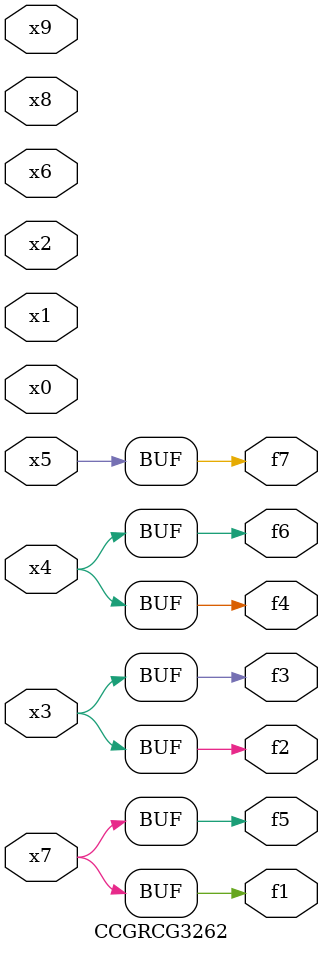
<source format=v>
module CCGRCG3262(
	input x0, x1, x2, x3, x4, x5, x6, x7, x8, x9,
	output f1, f2, f3, f4, f5, f6, f7
);
	assign f1 = x7;
	assign f2 = x3;
	assign f3 = x3;
	assign f4 = x4;
	assign f5 = x7;
	assign f6 = x4;
	assign f7 = x5;
endmodule

</source>
